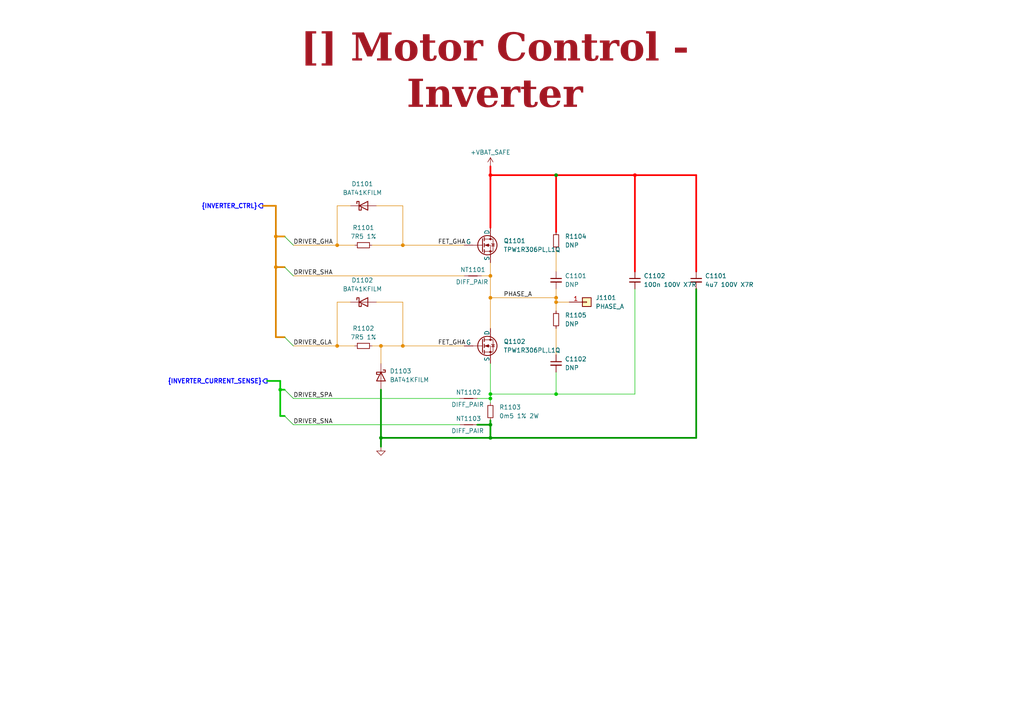
<source format=kicad_sch>
(kicad_sch (version 20231120) (generator "eeschema") (generator_version "8.0")
  (paper "A4")
  (title_block (title "Sheet Title B") (date "Last Modified Date") (rev "${REVISION}") (company "${COMPANY}"))
  (lib_symbols
    (symbol "Connector_Generic:Conn_01x01" (pin_names (offset 1.016) hide)
      (property "Reference" "J" (at 0 2.54 0))
      (property "Value" "Conn_01x01" (at 0 -2.54 0))
      (symbol "Conn_01x01_1_1"
        (rectangle (start -1.27 0.127) (end 0 -0.127) (stroke (width 0.1524)))
        (rectangle (start -1.27 1.27) (end 1.27 -1.27) (stroke (width 0.254)) (fill (type background)))
        (pin passive line (at -5.08 0 0) (length 3.81) (name "Pin_1") (number "1"))
      )
    )
    (symbol "Device:C_Small" (pin_numbers hide) (pin_names (offset 0.254) hide)
      (property "Reference" "C" (at 0.254 1.778 0))
      (property "Value" "C_Small" (at 0.254 -2.032 0))
      (symbol "C_Small_0_1"
        (polyline (pts (xy -1.524 -0.508) (xy 1.524 -0.508)) (stroke (width 0.3302)))
        (polyline (pts (xy -1.524 0.508) (xy 1.524 0.508)) (stroke (width 0.3048)))
      )
      (symbol "C_Small_1_1"
        (pin passive line (at 0 2.54 270) (length 2.032) (name "~") (number "1"))
        (pin passive line (at 0 -2.54 90) (length 2.032) (name "~") (number "2"))
      )
    )
    (symbol "Device:D_Schottky" (pin_numbers hide) (pin_names (offset 1.016) hide)
      (property "Reference" "D" (at 0 2.54 0))
      (property "Value" "D_Schottky" (at 0 -2.54 0))
      (symbol "D_Schottky_0_1"
        (polyline (pts (xy 1.27 0) (xy -1.27 0)))
        (polyline (pts (xy 1.27 1.27) (xy 1.27 -1.27) (xy -1.27 0) (xy 1.27 1.27)) (stroke (width 0.254)))
        (polyline (pts (xy -1.905 0.635) (xy -1.905 1.27) (xy -1.27 1.27) (xy -1.27 -1.27) (xy -0.635 -1.27) (xy -0.635 -0.635)) (stroke (width 0.254)))
      )
      (symbol "D_Schottky_1_1"
        (pin passive line (at -3.81 0 0) (length 2.54) (name "K") (number "1"))
        (pin passive line (at 3.81 0 180) (length 2.54) (name "A") (number "2"))
      )
    )
    (symbol "Device:NetTie_2" (pin_numbers hide) (pin_names (offset 0) hide) (in_bom no)
      (property "Reference" "NT" (at 0 1.27 0))
      (property "Value" "NetTie_2" (at 0 -1.27 0))
      (symbol "NetTie_2_0_1"
        (polyline (pts (xy -1.27 0) (xy 1.27 0)) (stroke (width 0.254)))
      )
      (symbol "NetTie_2_1_1"
        (pin passive line (at -2.54 0 0) (length 2.54) (name "1") (number "1"))
        (pin passive line (at 2.54 0 180) (length 2.54) (name "2") (number "2"))
      )
    )
    (symbol "Device:R_Small" (pin_numbers hide) (pin_names (offset 0.254) hide)
      (property "Reference" "R" (at 0.762 0.508 0))
      (property "Value" "R_Small" (at 0.762 -1.016 0))
      (symbol "R_Small_0_1"
        (rectangle (start -0.762 1.778) (end 0.762 -1.778) (stroke (width 0.2032)))
      )
      (symbol "R_Small_1_1"
        (pin passive line (at 0 2.54 270) (length 0.762) (name "~") (number "1"))
        (pin passive line (at 0 -2.54 90) (length 0.762) (name "~") (number "2"))
      )
    )
    (symbol "Simulation_SPICE:NMOS" (pin_numbers hide) (pin_names (offset 0))
      (property "Reference" "Q" (at 5.08 1.27 0))
      (property "Value" "NMOS" (at 5.08 -1.27 0))
      (symbol "NMOS_0_1"
        (polyline (pts (xy 0.254 0) (xy -2.54 0)))
        (polyline (pts (xy 0.254 1.905) (xy 0.254 -1.905)) (stroke (width 0.254)))
        (polyline (pts (xy 0.762 -1.27) (xy 0.762 -2.286)) (stroke (width 0.254)))
        (polyline (pts (xy 0.762 0.508) (xy 0.762 -0.508)) (stroke (width 0.254)))
        (polyline (pts (xy 0.762 2.286) (xy 0.762 1.27)) (stroke (width 0.254)))
        (polyline (pts (xy 2.54 2.54) (xy 2.54 1.778)))
        (polyline (pts (xy 2.54 -2.54) (xy 2.54 0) (xy 0.762 0)))
        (polyline (pts (xy 0.762 -1.778) (xy 3.302 -1.778) (xy 3.302 1.778) (xy 0.762 1.778)))
        (polyline (pts (xy 1.016 0) (xy 2.032 0.381) (xy 2.032 -0.381) (xy 1.016 0)) (fill (type outline)))
        (polyline (pts (xy 2.794 0.508) (xy 2.921 0.381) (xy 3.683 0.381) (xy 3.81 0.254)))
        (polyline (pts (xy 3.302 0.381) (xy 2.921 -0.254) (xy 3.683 -0.254) (xy 3.302 0.381)))
        (circle (center 1.651 0) (radius 2.794) (stroke (width 0.254)))
        (circle (center 2.54 -1.778) (radius 0.254) (fill (type outline)))
        (circle (center 2.54 1.778) (radius 0.254) (fill (type outline)))
      )
      (symbol "NMOS_1_1"
        (pin passive line (at 2.54 5.08 270) (length 2.54) (name "D") (number "1"))
        (pin input line (at -5.08 0 0) (length 2.54) (name "G") (number "2"))
        (pin passive line (at 2.54 -5.08 90) (length 2.54) (name "S") (number "3"))
      )
    )
    (symbol "power:+12V" (power) (pin_numbers hide) (pin_names (offset 0) hide)
      (property "Value" "+12V" (at 0 3.556 0))
      (symbol "+12V_0_1"
        (polyline (pts (xy -0.762 1.27) (xy 0 2.54)))
        (polyline (pts (xy 0 0) (xy 0 2.54)))
        (polyline (pts (xy 0 2.54) (xy 0.762 1.27)))
      )
      (symbol "+12V_1_1"
        (pin power_in line (at 0 0 90) (length 0) (name "~") (number "1"))
      )
    )
    (symbol "power:GND" (power) (pin_numbers hide) (pin_names (offset 0) hide)
      (property "Value" "GND" (at 0 -3.81 0))
      (symbol "GND_0_1"
        (polyline (pts (xy 0 0) (xy 0 -1.27) (xy 1.27 -1.27) (xy 0 -2.54) (xy -1.27 -1.27) (xy 0 -1.27)))
      )
      (symbol "GND_1_1"
        (pin power_in line (at 0 0 270) (length 0) (name "~") (number "1"))
      )
    )
  )
  (junction (at 142.24 86.36) (color 221 133 0 1))
  (junction (at 142.24 127))
  (junction (at 142.24 123.19))
  (junction (at 161.29 50.8))
  (junction (at 184.15 50.8) (color 255 0 0 1))
  (junction (at 80.01 68.58) (color 221 133 0 1))
  (junction (at 161.29 86.36) (color 221 133 0 1))
  (junction (at 142.24 50.8) (color 255 0 0 1))
  (junction (at 116.84 100.33) (color 221 133 0 1))
  (junction (at 110.49 100.33) (color 221 133 0 1))
  (junction (at 80.01 77.47) (color 221 133 0 1))
  (junction (at 116.84 71.12) (color 221 133 0 1))
  (junction (at 110.49 127))
  (junction (at 161.29 114.3) (color 0 194 0 1))
  (junction (at 142.24 115.57) (color 0 194 0 1))
  (junction (at 161.29 87.63) (color 221 133 0 1))
  (junction (at 97.79 71.12) (color 221 133 0 1))
  (junction (at 81.28 113.03) (color 0 194 0 1))
  (junction (at 142.24 114.3) (color 0 194 0 1))
  (junction (at 97.79 100.33) (color 221 133 0 1))
  (junction (at 142.24 80.01) (color 221 133 0 1))
  (bus_entry (at 85.09 100.33) (size -2.54 -2.54))
  (bus_entry (at 85.09 71.12) (size -2.54 -2.54))
  (bus_entry (at 85.09 123.19) (size -2.54 -2.54))
  (bus_entry (at 85.09 80.01) (size -2.54 -2.54))
  (bus_entry (at 85.09 115.57) (size -2.54 -2.54))
  (wire (pts (xy 142.24 115.57) (xy 142.24 116.84)) (stroke (width 0) (color 0 194 0 1)))
  (wire (pts (xy 142.24 48.26) (xy 142.24 50.8)) (stroke (width 0.5) (color 255 0 0 1)))
  (wire (pts (xy 161.29 67.31) (xy 161.29 50.8)) (stroke (width 0.5) (color 255 0 0 1)))
  (wire (pts (xy 109.22 87.63) (xy 116.84 87.63)) (stroke (width 0) (color 221 133 0 1)))
  (wire (pts (xy 184.15 50.8) (xy 201.93 50.8)) (stroke (width 0.5) (color 255 0 0 1)))
  (wire (pts (xy 116.84 59.69) (xy 116.84 71.12)) (stroke (width 0) (color 221 133 0 1)))
  (wire (pts (xy 142.24 80.01) (xy 142.24 86.36)) (stroke (width 0) (color 221 133 0 1)))
  (bus (pts (xy 81.28 113.03) (xy 82.55 113.03)) (stroke (width 0.5) (color 0 194 0 1)))
  (wire (pts (xy 201.93 127) (xy 201.93 83.82)) (stroke (width 0.5)))
  (wire (pts (xy 110.49 113.03) (xy 110.49 127)) (stroke (width 0.5)))
  (wire (pts (xy 101.6 87.63) (xy 97.79 87.63)) (stroke (width 0) (color 221 133 0 1)))
  (bus (pts (xy 80.01 68.58) (xy 80.01 59.69)) (stroke (width 0.5) (color 221 133 0 1)))
  (wire (pts (xy 107.95 71.12) (xy 116.84 71.12)) (stroke (width 0) (color 221 133 0 1)))
  (wire (pts (xy 97.79 59.69) (xy 97.79 71.12)) (stroke (width 0) (color 221 133 0 1)))
  (wire (pts (xy 138.43 123.19) (xy 142.24 123.19)) (stroke (width 0.5)))
  (bus (pts (xy 82.55 97.79) (xy 80.01 97.79)) (stroke (width 0.5) (color 221 133 0 1)))
  (wire (pts (xy 142.24 50.8) (xy 142.24 66.04)) (stroke (width 0.5) (color 255 0 0 1)))
  (wire (pts (xy 161.29 83.82) (xy 161.29 86.36)) (stroke (width 0) (color 221 133 0 1)))
  (bus (pts (xy 81.28 113.03) (xy 81.28 110.49)) (stroke (width 0.5) (color 0 194 0 1)))
  (wire (pts (xy 161.29 114.3) (xy 142.24 114.3)) (stroke (width 0) (color 0 194 0 1)))
  (wire (pts (xy 142.24 114.3) (xy 142.24 115.57)) (stroke (width 0) (color 0 194 0 1)))
  (bus (pts (xy 80.01 97.79) (xy 80.01 77.47)) (stroke (width 0.5) (color 221 133 0 1)))
  (bus (pts (xy 80.01 68.58) (xy 82.55 68.58)) (stroke (width 0.5) (color 221 133 0 1)))
  (bus (pts (xy 80.01 59.69) (xy 76.2 59.69)) (stroke (width 0.5) (color 221 133 0 1)))
  (wire (pts (xy 142.24 121.92) (xy 142.24 123.19)) (stroke (width 0.5)))
  (wire (pts (xy 116.84 87.63) (xy 116.84 100.33)) (stroke (width 0) (color 221 133 0 1)))
  (wire (pts (xy 85.09 123.19) (xy 133.35 123.19)) (stroke (width 0) (color 0 194 0 1)))
  (wire (pts (xy 142.24 86.36) (xy 161.29 86.36)) (stroke (width 0) (color 221 133 0 1)))
  (bus (pts (xy 82.55 120.65) (xy 81.28 120.65)) (stroke (width 0.5) (color 0 194 0 1)))
  (wire (pts (xy 110.49 127) (xy 110.49 129.54)) (stroke (width 0.5)))
  (wire (pts (xy 142.24 50.8) (xy 161.29 50.8)) (stroke (width 0.5) (color 255 0 0 1)))
  (wire (pts (xy 161.29 87.63) (xy 161.29 90.17)) (stroke (width 0) (color 221 133 0 1)))
  (wire (pts (xy 107.95 100.33) (xy 110.49 100.33)) (stroke (width 0) (color 221 133 0 1)))
  (wire (pts (xy 101.6 59.69) (xy 97.79 59.69)) (stroke (width 0) (color 221 133 0 1)))
  (wire (pts (xy 85.09 80.01) (xy 134.62 80.01)) (stroke (width 0) (color 221 133 0 1)))
  (wire (pts (xy 110.49 127) (xy 142.24 127)) (stroke (width 0.5)))
  (wire (pts (xy 142.24 76.2) (xy 142.24 80.01)) (stroke (width 0) (color 221 133 0 1)))
  (bus (pts (xy 80.01 77.47) (xy 82.55 77.47)) (stroke (width 0.5) (color 221 133 0 1)))
  (wire (pts (xy 142.24 105.41) (xy 142.24 114.3)) (stroke (width 0) (color 0 194 0 1)))
  (wire (pts (xy 161.29 87.63) (xy 165.1 87.63)) (stroke (width 0) (color 221 133 0 1)))
  (wire (pts (xy 97.79 100.33) (xy 102.87 100.33)) (stroke (width 0) (color 221 133 0 1)))
  (wire (pts (xy 85.09 100.33) (xy 97.79 100.33)) (stroke (width 0) (color 221 133 0 1)))
  (wire (pts (xy 139.7 80.01) (xy 142.24 80.01)) (stroke (width 0) (color 221 133 0 1)))
  (wire (pts (xy 85.09 71.12) (xy 97.79 71.12)) (stroke (width 0) (color 221 133 0 1)))
  (wire (pts (xy 109.22 59.69) (xy 116.84 59.69)) (stroke (width 0) (color 221 133 0 1)))
  (wire (pts (xy 161.29 50.8) (xy 184.15 50.8)) (stroke (width 0.5) (color 255 0 0 1)))
  (wire (pts (xy 161.29 95.25) (xy 161.29 102.87)) (stroke (width 0) (color 221 133 0 1)))
  (wire (pts (xy 116.84 100.33) (xy 134.62 100.33)) (stroke (width 0) (color 221 133 0 1)))
  (wire (pts (xy 85.09 115.57) (xy 133.35 115.57)) (stroke (width 0) (color 0 194 0 1)))
  (wire (pts (xy 138.43 115.57) (xy 142.24 115.57)) (stroke (width 0) (color 0 194 0 1)))
  (wire (pts (xy 184.15 83.82) (xy 184.15 114.3)) (stroke (width 0) (color 0 194 0 1)))
  (wire (pts (xy 116.84 71.12) (xy 134.62 71.12)) (stroke (width 0) (color 221 133 0 1)))
  (wire (pts (xy 97.79 87.63) (xy 97.79 100.33)) (stroke (width 0) (color 221 133 0 1)))
  (wire (pts (xy 142.24 123.19) (xy 142.24 127)) (stroke (width 0.5)))
  (wire (pts (xy 201.93 50.8) (xy 201.93 78.74)) (stroke (width 0.5) (color 255 0 0 1)))
  (wire (pts (xy 110.49 100.33) (xy 116.84 100.33)) (stroke (width 0) (color 221 133 0 1)))
  (wire (pts (xy 184.15 50.8) (xy 184.15 78.74)) (stroke (width 0.5) (color 255 0 0 1)))
  (wire (pts (xy 161.29 86.36) (xy 161.29 87.63)) (stroke (width 0) (color 221 133 0 1)))
  (wire (pts (xy 161.29 107.95) (xy 161.29 114.3)) (stroke (width 0) (color 0 194 0 1)))
  (bus (pts (xy 81.28 110.49) (xy 77.47 110.49)) (stroke (width 0.5) (color 0 194 0 1)))
  (wire (pts (xy 161.29 114.3) (xy 184.15 114.3)) (stroke (width 0) (color 0 194 0 1)))
  (wire (pts (xy 142.24 127) (xy 201.93 127)) (stroke (width 0.5)))
  (wire (pts (xy 142.24 86.36) (xy 142.24 95.25)) (stroke (width 0) (color 221 133 0 1)))
  (bus (pts (xy 80.01 77.47) (xy 80.01 68.58)) (stroke (width 0.5) (color 221 133 0 1)))
  (wire (pts (xy 110.49 100.33) (xy 110.49 105.41)) (stroke (width 0) (color 221 133 0 1)))
  (wire (pts (xy 161.29 72.39) (xy 161.29 78.74)) (stroke (width 0) (color 221 133 0 1)))
  (wire (pts (xy 97.79 71.12) (xy 102.87 71.12)) (stroke (width 0) (color 221 133 0 1)))
  (bus (pts (xy 81.28 120.65) (xy 81.28 113.03)) (stroke (width 0.5) (color 0 194 0 1)))
  (text_box "[${#}] Motor Control - Inverter\n" (at 56.515 14.605 0) (size 173.99 12.7) (stroke (width -0.0001)) (effects (font (size 8 8) (thickness 1.2) (bold yes))))
  (text "Flexible I/O worked examples" (at 265.43 254 0) (effects (font (size 1.27 1.27)) (justify left bottom)))
  (text "References:" (at 265.43 250.19 0) (effects (font (size 1.27 1.27) (thickness 0.254) (bold yes)) (justify left bottom)))
  (text "Flexible I/O source configuration" (at 265.43 256.54 0) (effects (font (size 1.27 1.27)) (justify left bottom)))
  (label "DRIVER_GHA" (at 85.09 71.12 0))
  (label "DRIVER_SNA" (at 85.09 123.19 0))
  (label "DRIVER_SPA" (at 85.09 115.57 0))
  (label "FET_GHA" (at 127 100.33 0))
  (label "FET_GHA" (at 127 71.12 0))
  (label "DRIVER_SHA" (at 85.09 80.01 0))
  (label "DRIVER_GLA" (at 85.09 100.33 0))
  (label "PHASE_A" (at 146.05 86.36 0))
  (hierarchical_label "{INVERTER_CTRL}" (shape output) (at 76.2 59.69 180) (effects (font (thickness 0.254) (bold yes))))
  (hierarchical_label "{INVERTER_CURRENT_SENSE}" (shape output) (at 77.47 110.49 180) (effects (font (thickness 0.254) (bold yes))))
  (symbol (lib_id "Device:C_Small") (at 201.93 81.28 0) (unit 1)
    (property "Reference" "C1101" (at 204.47 80.0163 0) (effects (justify left)))
    (property "Value" "4u7 100V X7R" (at 204.47 82.5563 0) (effects (justify left)))
    (property "Description" "Unpolarized capacitor, small symbol" (effects (hide yes)))
  )
  (symbol (lib_id "Connector_Generic:Conn_01x01") (at 170.18 87.63 0) (unit 1)
    (property "Reference" "J1101" (at 172.72 86.36 0) (effects (justify left)))
    (property "Value" "PHASE_A" (at 172.72 88.9 0) (effects (justify left)))
    (property "Description" "Generic connector, single row, 01x01, script generated (kicad-library-utils/schlib/autogen/connector/)" (effects (hide yes)))
  )
  (symbol (lib_id "Device:NetTie_2") (at 135.89 123.19 0) (mirror y) (unit 1) (in_bom no)
    (property "Reference" "NT1103" (at 135.89 121.412 0))
    (property "Value" "DIFF_PAIR" (at 135.636 124.968 0))
    (property "Description" "Net tie, 2 pins" (effects (hide yes)))
  )
  (symbol (lib_id "power:+12V") (at 142.24 48.26 0) (unit 1)
    (property "Reference" "#PWR046" (effects (hide yes)))
    (property "Value" "+VBAT_SAFE" (at 142.24 44.196 0))
    (property "Description" "Power symbol creates a global label with name \"+12V\"" (effects (hide yes)))
  )
  (symbol (lib_id "Device:C_Small") (at 161.29 81.28 0) (unit 1)
    (property "Reference" "C1101" (at 163.83 80.0163 0) (effects (justify left)))
    (property "Value" "DNP" (at 163.83 82.5563 0) (effects (justify left)))
    (property "Description" "Unpolarized capacitor, small symbol" (effects (hide yes)))
  )
  (symbol (lib_id "Device:C_Small") (at 184.15 81.28 0) (unit 1)
    (property "Reference" "C1102" (at 186.69 80.0163 0) (effects (justify left)))
    (property "Value" "100n 100V X7R" (at 186.69 82.5563 0) (effects (justify left)))
    (property "Description" "Unpolarized capacitor, small symbol" (effects (hide yes)))
  )
  (symbol (lib_id "Device:D_Schottky") (at 110.49 109.22 270) (unit 1)
    (property "Reference" "D1103" (at 113.03 107.6325 90) (effects (justify left)))
    (property "Value" "BAT41KFILM" (at 113.03 110.1725 90) (effects (justify left)))
    (property "Description" "Schottky diode" (effects (hide yes)))
  )
  (symbol (lib_id "Device:D_Schottky") (at 105.41 59.69 0) (unit 1)
    (property "Reference" "D1101" (at 105.0925 53.34 0))
    (property "Value" "BAT41KFILM" (at 105.0925 55.88 0))
    (property "Description" "Schottky diode" (effects (hide yes)))
  )
  (symbol (lib_id "Device:C_Small") (at 161.29 105.41 0) (unit 1)
    (property "Reference" "C1102" (at 163.83 104.1463 0) (effects (justify left)))
    (property "Value" "DNP" (at 163.83 106.6863 0) (effects (justify left)))
    (property "Description" "Unpolarized capacitor, small symbol" (effects (hide yes)))
  )
  (symbol (lib_id "Device:R_Small") (at 142.24 119.38 0) (unit 1)
    (property "Reference" "R1103" (at 144.78 118.11 0) (effects (justify left)))
    (property "Value" "0m5 1% 2W" (at 144.78 120.65 0) (effects (justify left)))
    (property "Description" "Resistor, small symbol" (effects (hide yes)))
  )
  (symbol (lib_id "Device:NetTie_2") (at 137.16 80.01 0) (mirror y) (unit 1) (in_bom no)
    (property "Reference" "NT1101" (at 137.16 78.232 0))
    (property "Value" "DIFF_PAIR" (at 136.906 81.788 0))
    (property "Description" "Net tie, 2 pins" (effects (hide yes)))
  )
  (symbol (lib_id "Device:D_Schottky") (at 105.41 87.63 0) (unit 1)
    (property "Reference" "D1102" (at 105.0925 81.28 0))
    (property "Value" "BAT41KFILM" (at 105.0925 83.82 0))
    (property "Description" "Schottky diode" (effects (hide yes)))
  )
  (symbol (lib_id "Device:NetTie_2") (at 135.89 115.57 0) (mirror y) (unit 1) (in_bom no)
    (property "Reference" "NT1102" (at 135.89 113.792 0))
    (property "Value" "DIFF_PAIR" (at 135.636 117.348 0))
    (property "Description" "Net tie, 2 pins" (effects (hide yes)))
  )
  (symbol (lib_id "Device:R_Small") (at 105.41 71.12 90) (unit 1)
    (property "Reference" "R1101" (at 105.41 66.04 90))
    (property "Value" "7R5 1%" (at 105.41 68.58 90))
    (property "Description" "Resistor, small symbol" (effects (hide yes)))
  )
  (symbol (lib_id "power:GND") (at 110.49 129.54 0) (unit 1)
    (property "Reference" "#PWR045" (effects (hide yes)))
    (property "Value" "GND" (effects (hide yes)))
    (property "Description" "Power symbol creates a global label with name \"GND\" , ground" (effects (hide yes)))
  )
  (symbol (lib_id "Device:R_Small") (at 161.29 92.71 0) (unit 1)
    (property "Reference" "R1105" (at 163.83 91.44 0) (effects (justify left)))
    (property "Value" "DNP" (at 163.83 93.98 0) (effects (justify left)))
    (property "Description" "Resistor, small symbol" (effects (hide yes)))
  )
  (symbol (lib_id "Device:R_Small") (at 105.41 100.33 90) (unit 1)
    (property "Reference" "R1102" (at 105.41 95.25 90))
    (property "Value" "7R5 1%" (at 105.41 97.79 90))
    (property "Description" "Resistor, small symbol" (effects (hide yes)))
  )
  (symbol (lib_id "Simulation_SPICE:NMOS") (at 139.7 71.12 0) (unit 1)
    (property "Reference" "Q1101" (at 146.05 69.85 0) (effects (justify left)))
    (property "Value" "TPW1R306PL,L1Q" (at 146.05 72.39 0) (effects (justify left)))
    (property "Datasheet" "https://ngspice.sourceforge.io/docs/ngspice-html-manual/manual.xhtml#cha_MOSFETs" (effects (hide yes)))
    (property "Description" "N-MOSFET transistor, drain/source/gate" (effects (hide yes)))
    (property "Sim.Device" "NMOS" (effects (hide yes)))
    (property "Sim.Type" "VDMOS" (effects (hide yes)))
    (property "Sim.Pins" "1=D 2=G 3=S" (effects (hide yes)))
  )
  (symbol (lib_id "Simulation_SPICE:NMOS") (at 139.7 100.33 0) (unit 1)
    (property "Reference" "Q1102" (at 146.05 99.06 0) (effects (justify left)))
    (property "Value" "TPW1R306PL,L1Q" (at 146.05 101.6 0) (effects (justify left)))
    (property "Datasheet" "https://ngspice.sourceforge.io/docs/ngspice-html-manual/manual.xhtml#cha_MOSFETs" (effects (hide yes)))
    (property "Description" "N-MOSFET transistor, drain/source/gate" (effects (hide yes)))
    (property "Sim.Device" "NMOS" (effects (hide yes)))
    (property "Sim.Type" "VDMOS" (effects (hide yes)))
    (property "Sim.Pins" "1=D 2=G 3=S" (effects (hide yes)))
  )
  (symbol (lib_id "Device:R_Small") (at 161.29 69.85 0) (unit 1)
    (property "Reference" "R1104" (at 163.83 68.58 0) (effects (justify left)))
    (property "Value" "DNP" (at 163.83 71.12 0) (effects (justify left)))
    (property "Description" "Resistor, small symbol" (effects (hide yes)))
  )
)
</source>
